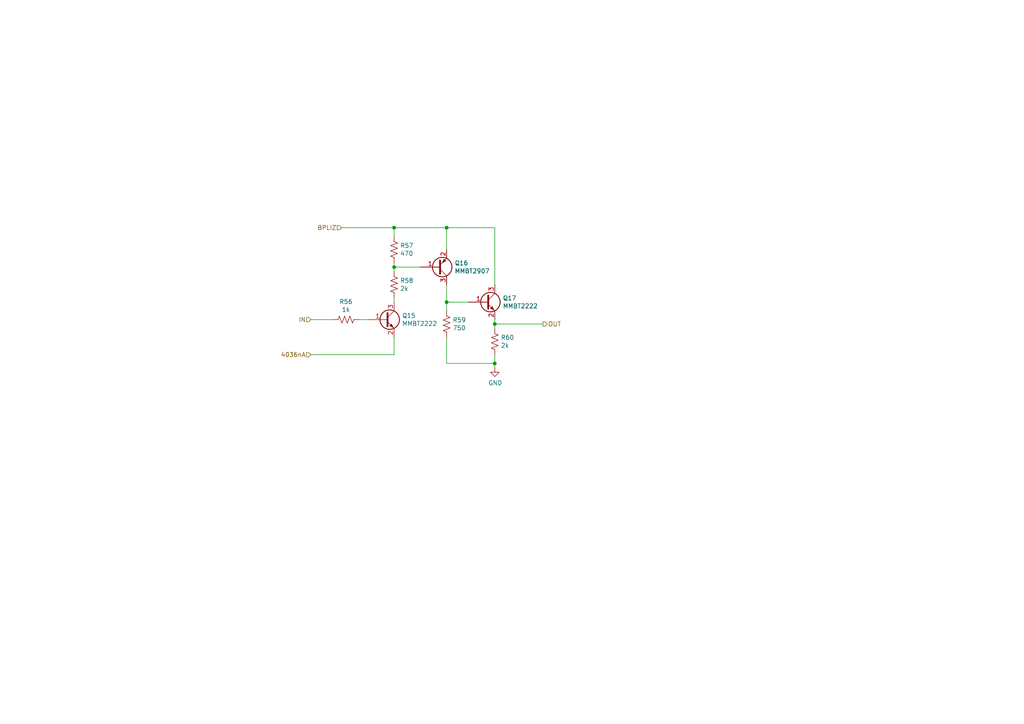
<source format=kicad_sch>
(kicad_sch (version 20211123) (generator eeschema)
  (paper "A4")
  (lib_symbols
    (symbol "Device:Q_NPN_BEC" (pin_names (offset 0) hide)
      (property "Reference" "Q" (at 5.08 1.27 0))
      (property "Value" "Q_NPN_BEC" (at 5.08 -1.27 0))
      (symbol "Q_NPN_BEC_0_1"
        (polyline (pts (xy 0.635 0.635) (xy 2.54 2.54)))
        (polyline (pts (xy 0.635 -0.635) (xy 2.54 -2.54) (xy 2.54 -2.54)))
        (polyline (pts (xy 0.635 1.905) (xy 0.635 -1.905) (xy 0.635 -1.905)) (stroke (width 0.508)))
        (polyline (pts (xy 1.27 -1.778) (xy 1.778 -1.27) (xy 2.286 -2.286) (xy 1.27 -1.778) (xy 1.27 -1.778)) (fill (type outline)))
        (circle (center 1.27 0) (radius 2.8194) (stroke (width 0.254)))
      )
      (symbol "Q_NPN_BEC_1_1"
        (pin input line (at -5.08 0 0) (length 5.715) (name "B") (number "1"))
        (pin passive line (at 2.54 -5.08 90) (length 2.54) (name "E") (number "2"))
        (pin passive line (at 2.54 5.08 270) (length 2.54) (name "C") (number "3"))
      )
    )
    (symbol "Device:Q_PNP_BEC" (pin_names (offset 0) hide)
      (property "Reference" "Q" (at 5.08 1.27 0))
      (property "Value" "Q_PNP_BEC" (at 5.08 -1.27 0))
      (symbol "Q_PNP_BEC_0_1"
        (polyline (pts (xy 0.635 0.635) (xy 2.54 2.54)))
        (polyline (pts (xy 0.635 -0.635) (xy 2.54 -2.54) (xy 2.54 -2.54)))
        (polyline (pts (xy 0.635 1.905) (xy 0.635 -1.905) (xy 0.635 -1.905)) (stroke (width 0.508)))
        (polyline (pts (xy 2.286 -1.778) (xy 1.778 -2.286) (xy 1.27 -1.27) (xy 2.286 -1.778) (xy 2.286 -1.778)) (fill (type outline)))
        (circle (center 1.27 0) (radius 2.8194) (stroke (width 0.254)))
      )
      (symbol "Q_PNP_BEC_1_1"
        (pin input line (at -5.08 0 0) (length 5.715) (name "B") (number "1"))
        (pin passive line (at 2.54 -5.08 90) (length 2.54) (name "E") (number "2"))
        (pin passive line (at 2.54 5.08 270) (length 2.54) (name "C") (number "3"))
      )
    )
    (symbol "Device:R_US" (pin_numbers hide) (pin_names (offset 0))
      (property "Reference" "R" (at 2.54 0 90))
      (property "Value" "R_US" (at -2.54 0 90))
      (symbol "R_US_0_1"
        (polyline (pts (xy 0 -2.286) (xy 0 -2.54)))
        (polyline (pts (xy 0 2.286) (xy 0 2.54)))
        (polyline (pts (xy 0 -0.762) (xy 1.016 -1.143) (xy 0 -1.524) (xy -1.016 -1.905) (xy 0 -2.286)))
        (polyline (pts (xy 0 0.762) (xy 1.016 0.381) (xy 0 0) (xy -1.016 -0.381) (xy 0 -0.762)))
        (polyline (pts (xy 0 2.286) (xy 1.016 1.905) (xy 0 1.524) (xy -1.016 1.143) (xy 0 0.762)))
      )
      (symbol "R_US_1_1"
        (pin passive line (at 0 3.81 270) (length 1.27) (name "~") (number "1"))
        (pin passive line (at 0 -3.81 90) (length 1.27) (name "~") (number "2"))
      )
    )
    (symbol "power:GND" (power) (pin_names (offset 0))
      (property "Value" "GND" (at 0 -3.81 0))
      (symbol "GND_0_1"
        (polyline (pts (xy 0 0) (xy 0 -1.27) (xy 1.27 -1.27) (xy 0 -2.54) (xy -1.27 -1.27) (xy 0 -1.27)))
      )
      (symbol "GND_1_1"
        (pin power_in line (at 0 0 270) (length 0) hide (name "GND") (number "1"))
      )
    )
  )
  (junction (at 114.3 66.04))
  (junction (at 114.3 77.47))
  (junction (at 143.51 93.98))
  (junction (at 129.54 66.04))
  (junction (at 129.54 87.63))
  (junction (at 143.51 105.41))
  (wire (pts (xy 114.3 76.2) (xy 114.3 77.47)))
  (wire (pts (xy 114.3 86.36) (xy 114.3 87.63)))
  (wire (pts (xy 129.54 66.04) (xy 129.54 72.39)))
  (wire (pts (xy 129.54 87.63) (xy 129.54 82.55)))
  (wire (pts (xy 114.3 102.87) (xy 90.17 102.87)))
  (wire (pts (xy 114.3 77.47) (xy 121.92 77.47)))
  (wire (pts (xy 99.06 66.04) (xy 114.3 66.04)))
  (wire (pts (xy 143.51 66.04) (xy 143.51 82.55)))
  (wire (pts (xy 129.54 97.79) (xy 129.54 105.41)))
  (wire (pts (xy 143.51 93.98) (xy 157.48 93.98)))
  (wire (pts (xy 104.14 92.71) (xy 106.68 92.71)))
  (wire (pts (xy 129.54 87.63) (xy 135.89 87.63)))
  (wire (pts (xy 90.17 92.71) (xy 96.52 92.71)))
  (wire (pts (xy 114.3 66.04) (xy 129.54 66.04)))
  (wire (pts (xy 143.51 95.25) (xy 143.51 93.98)))
  (wire (pts (xy 114.3 97.79) (xy 114.3 102.87)))
  (wire (pts (xy 129.54 87.63) (xy 129.54 90.17)))
  (wire (pts (xy 143.51 105.41) (xy 143.51 102.87)))
  (wire (pts (xy 143.51 106.68) (xy 143.51 105.41)))
  (wire (pts (xy 129.54 66.04) (xy 143.51 66.04)))
  (wire (pts (xy 114.3 66.04) (xy 114.3 68.58)))
  (wire (pts (xy 129.54 105.41) (xy 143.51 105.41)))
  (wire (pts (xy 114.3 77.47) (xy 114.3 78.74)))
  (wire (pts (xy 143.51 93.98) (xy 143.51 92.71)))
  (hierarchical_label "4036nA" (shape input) (at 90.17 102.87 180))
  (hierarchical_label "OUT" (shape output) (at 157.48 93.98 0))
  (hierarchical_label "IN" (shape input) (at 90.17 92.71 180))
  (hierarchical_label "BPLIZ" (shape input) (at 99.06 66.04 180))
  (symbol (lib_id "Device:R_US") (at 100.33 92.71 270) (unit 1)
    (property "Reference" "R56" (at 100.33 87.503 90))
    (property "Value" "1k" (at 100.33 89.8144 90))
    (property "Footprint" "Resistor_SMD:R_0603_1608Metric" (effects hide))
  )
  (symbol (lib_id "Device:Q_NPN_BEC") (at 111.76 92.71 0) (unit 1)
    (property "Reference" "Q15" (at 116.6114 91.5416 0) (effects (justify left)))
    (property "Value" "MMBT2222" (at 116.6114 93.853 0) (effects (justify left)))
    (property "Footprint" "Package_TO_SOT_SMD:SOT-23" (effects hide))
    (property "Digikey" "https://www.digikey.com/en/products/detail/MMBT2222A-G/641-1942-1-ND/9477875" (effects hide))
    (property "Part Number" "MMBT2222A-G" (effects hide))
  )
  (symbol (lib_id "Device:Q_PNP_BEC") (at 127 77.47 0) (mirror x) (unit 1)
    (property "Reference" "Q16" (at 131.8514 76.3016 0) (effects (justify left)))
    (property "Value" "MMBT2907" (at 131.8514 78.613 0) (effects (justify left)))
    (property "Footprint" "Package_TO_SOT_SMD:SOT-23" (effects hide))
    (property "Digikey" "https://www.digikey.com/en/products/detail/MMBT2907A-G/641-1952-1-ND/9477883" (effects hide))
    (property "Part Number" "MMBT2907A-G" (effects hide))
  )
  (symbol (lib_id "power:GND") (at 143.51 106.68 0) (unit 1)
    (property "Reference" "#PWR051" (effects hide))
    (property "Value" "GND" (at 143.637 111.0742 0))
  )
  (symbol (lib_id "Device:R_US") (at 114.3 82.55 0) (unit 1)
    (property "Reference" "R58" (at 116.0272 81.3816 0) (effects (justify left)))
    (property "Value" "2k" (at 116.0272 83.693 0) (effects (justify left)))
    (property "Footprint" "Resistor_SMD:R_0603_1608Metric" (effects hide))
  )
  (symbol (lib_id "Device:R_US") (at 114.3 72.39 0) (unit 1)
    (property "Reference" "R57" (at 116.0272 71.2216 0) (effects (justify left)))
    (property "Value" "470" (at 116.0272 73.533 0) (effects (justify left)))
    (property "Footprint" "Resistor_SMD:R_0603_1608Metric" (effects hide))
  )
  (symbol (lib_id "Device:Q_NPN_BEC") (at 140.97 87.63 0) (unit 1)
    (property "Reference" "Q17" (at 145.8214 86.4616 0) (effects (justify left)))
    (property "Value" "MMBT2222" (at 145.8214 88.773 0) (effects (justify left)))
    (property "Footprint" "Package_TO_SOT_SMD:SOT-23" (effects hide))
    (property "Digikey" "https://www.digikey.com/en/products/detail/MMBT2222A-G/641-1942-1-ND/9477875" (effects hide))
    (property "Part Number" "MMBT2222A-G" (effects hide))
  )
  (symbol (lib_id "Device:R_US") (at 129.54 93.98 0) (unit 1)
    (property "Reference" "R59" (at 131.2672 92.8116 0) (effects (justify left)))
    (property "Value" "750" (at 131.2672 95.123 0) (effects (justify left)))
    (property "Footprint" "Resistor_SMD:R_0603_1608Metric" (effects hide))
  )
  (symbol (lib_id "Device:R_US") (at 143.51 99.06 0) (unit 1)
    (property "Reference" "R60" (at 145.2372 97.8916 0) (effects (justify left)))
    (property "Value" "2k" (at 145.2372 100.203 0) (effects (justify left)))
    (property "Footprint" "Resistor_SMD:R_0603_1608Metric" (effects hide))
  )
)
</source>
